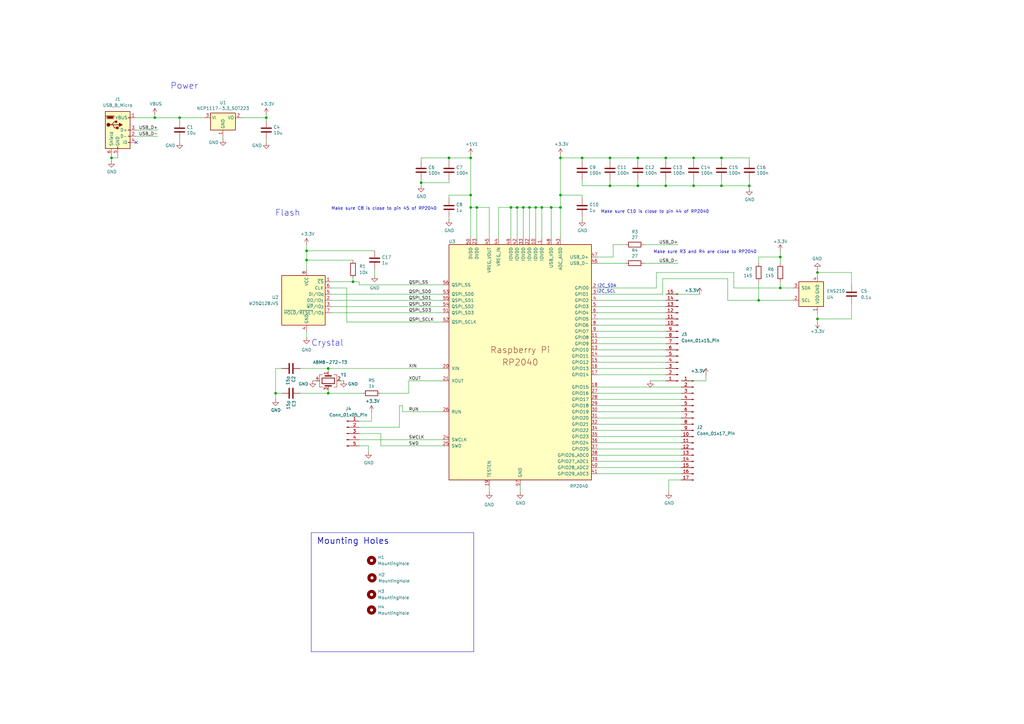
<source format=kicad_sch>
(kicad_sch (version 20250114) (generator "eeschema") (generator_version "9.0")
  (paper "A3")
  (lib_symbols
    (symbol "Connector:Conn_01x05_Pin" (pin_names (offset 1.016) (hide yes))
      (property "Reference" "J" (at 0 7.62 0))
      (property "Value" "Conn_01x05_Pin" (at 0 -7.62 0))
      (symbol "Conn_01x05_Pin_1_1"
        (rectangle (start 0.8636 5.207) (end 0 4.953) (stroke (width 0.1524)) (fill (type outline)))
        (rectangle (start 0.8636 2.667) (end 0 2.413) (stroke (width 0.1524)) (fill (type outline)))
        (rectangle (start 0.8636 0.127) (end 0 -0.127) (stroke (width 0.1524)) (fill (type outline)))
        (rectangle (start 0.8636 -2.413) (end 0 -2.667) (stroke (width 0.1524)) (fill (type outline)))
        (rectangle (start 0.8636 -4.953) (end 0 -5.207) (stroke (width 0.1524)) (fill (type outline)))
        (polyline (pts (xy 1.27 5.08) (xy 0.8636 5.08)) (stroke (width 0.1524)))
        (polyline (pts (xy 1.27 2.54) (xy 0.8636 2.54)) (stroke (width 0.1524)))
        (polyline (pts (xy 1.27 0) (xy 0.8636 0)) (stroke (width 0.1524)))
        (polyline (pts (xy 1.27 -2.54) (xy 0.8636 -2.54)) (stroke (width 0.1524)))
        (polyline (pts (xy 1.27 -5.08) (xy 0.8636 -5.08)) (stroke (width 0.1524)))
        (pin passive line (at 5.08 5.08 180) (length 3.81) (name "Pin_1") (number "1"))
        (pin passive line (at 5.08 2.54 180) (length 3.81) (name "Pin_2") (number "2"))
        (pin passive line (at 5.08 0 180) (length 3.81) (name "Pin_3") (number "3"))
        (pin passive line (at 5.08 -2.54 180) (length 3.81) (name "Pin_4") (number "4"))
        (pin passive line (at 5.08 -5.08 180) (length 3.81) (name "Pin_5") (number "5"))
      )
    )
    (symbol "Connector:Conn_01x15_Pin" (pin_names (offset 1.016) (hide yes))
      (property "Reference" "J" (at 0 20.32 0))
      (property "Value" "Conn_01x15_Pin" (at 0 -20.32 0))
      (symbol "Conn_01x15_Pin_1_1"
        (rectangle (start 0.8636 17.907) (end 0 17.653) (stroke (width 0.1524)) (fill (type outline)))
        (rectangle (start 0.8636 15.367) (end 0 15.113) (stroke (width 0.1524)) (fill (type outline)))
        (rectangle (start 0.8636 12.827) (end 0 12.573) (stroke (width 0.1524)) (fill (type outline)))
        (rectangle (start 0.8636 10.287) (end 0 10.033) (stroke (width 0.1524)) (fill (type outline)))
        (rectangle (start 0.8636 7.747) (end 0 7.493) (stroke (width 0.1524)) (fill (type outline)))
        (rectangle (start 0.8636 5.207) (end 0 4.953) (stroke (width 0.1524)) (fill (type outline)))
        (rectangle (start 0.8636 2.667) (end 0 2.413) (stroke (width 0.1524)) (fill (type outline)))
        (rectangle (start 0.8636 0.127) (end 0 -0.127) (stroke (width 0.1524)) (fill (type outline)))
        (rectangle (start 0.8636 -2.413) (end 0 -2.667) (stroke (width 0.1524)) (fill (type outline)))
        (rectangle (start 0.8636 -4.953) (end 0 -5.207) (stroke (width 0.1524)) (fill (type outline)))
        (rectangle (start 0.8636 -7.493) (end 0 -7.747) (stroke (width 0.1524)) (fill (type outline)))
        (rectangle (start 0.8636 -10.033) (end 0 -10.287) (stroke (width 0.1524)) (fill (type outline)))
        (rectangle (start 0.8636 -12.573) (end 0 -12.827) (stroke (width 0.1524)) (fill (type outline)))
        (rectangle (start 0.8636 -15.113) (end 0 -15.367) (stroke (width 0.1524)) (fill (type outline)))
        (rectangle (start 0.8636 -17.653) (end 0 -17.907) (stroke (width 0.1524)) (fill (type outline)))
        (polyline (pts (xy 1.27 17.78) (xy 0.8636 17.78)) (stroke (width 0.1524)))
        (polyline (pts (xy 1.27 15.24) (xy 0.8636 15.24)) (stroke (width 0.1524)))
        (polyline (pts (xy 1.27 12.7) (xy 0.8636 12.7)) (stroke (width 0.1524)))
        (polyline (pts (xy 1.27 10.16) (xy 0.8636 10.16)) (stroke (width 0.1524)))
        (polyline (pts (xy 1.27 7.62) (xy 0.8636 7.62)) (stroke (width 0.1524)))
        (polyline (pts (xy 1.27 5.08) (xy 0.8636 5.08)) (stroke (width 0.1524)))
        (polyline (pts (xy 1.27 2.54) (xy 0.8636 2.54)) (stroke (width 0.1524)))
        (polyline (pts (xy 1.27 0) (xy 0.8636 0)) (stroke (width 0.1524)))
        (polyline (pts (xy 1.27 -2.54) (xy 0.8636 -2.54)) (stroke (width 0.1524)))
        (polyline (pts (xy 1.27 -5.08) (xy 0.8636 -5.08)) (stroke (width 0.1524)))
        (polyline (pts (xy 1.27 -7.62) (xy 0.8636 -7.62)) (stroke (width 0.1524)))
        (polyline (pts (xy 1.27 -10.16) (xy 0.8636 -10.16)) (stroke (width 0.1524)))
        (polyline (pts (xy 1.27 -12.7) (xy 0.8636 -12.7)) (stroke (width 0.1524)))
        (polyline (pts (xy 1.27 -15.24) (xy 0.8636 -15.24)) (stroke (width 0.1524)))
        (polyline (pts (xy 1.27 -17.78) (xy 0.8636 -17.78)) (stroke (width 0.1524)))
        (pin passive line (at 5.08 17.78 180) (length 3.81) (name "Pin_1") (number "1"))
        (pin passive line (at 5.08 15.24 180) (length 3.81) (name "Pin_2") (number "2"))
        (pin passive line (at 5.08 12.7 180) (length 3.81) (name "Pin_3") (number "3"))
        (pin passive line (at 5.08 10.16 180) (length 3.81) (name "Pin_4") (number "4"))
        (pin passive line (at 5.08 7.62 180) (length 3.81) (name "Pin_5") (number "5"))
        (pin passive line (at 5.08 5.08 180) (length 3.81) (name "Pin_6") (number "6"))
        (pin passive line (at 5.08 2.54 180) (length 3.81) (name "Pin_7") (number "7"))
        (pin passive line (at 5.08 0 180) (length 3.81) (name "Pin_8") (number "8"))
        (pin passive line (at 5.08 -2.54 180) (length 3.81) (name "Pin_9") (number "9"))
        (pin passive line (at 5.08 -5.08 180) (length 3.81) (name "Pin_10") (number "10"))
        (pin passive line (at 5.08 -7.62 180) (length 3.81) (name "Pin_11") (number "11"))
        (pin passive line (at 5.08 -10.16 180) (length 3.81) (name "Pin_12") (number "12"))
        (pin passive line (at 5.08 -12.7 180) (length 3.81) (name "Pin_13") (number "13"))
        (pin passive line (at 5.08 -15.24 180) (length 3.81) (name "Pin_14") (number "14"))
        (pin passive line (at 5.08 -17.78 180) (length 3.81) (name "Pin_15") (number "15"))
      )
    )
    (symbol "Connector:Conn_01x17_Pin" (pin_names (offset 1.016) (hide yes))
      (property "Reference" "J" (at 0 22.86 0))
      (property "Value" "Conn_01x17_Pin" (at 0 -22.86 0))
      (symbol "Conn_01x17_Pin_1_1"
        (rectangle (start 0.8636 20.447) (end 0 20.193) (stroke (width 0.1524)) (fill (type outline)))
        (rectangle (start 0.8636 17.907) (end 0 17.653) (stroke (width 0.1524)) (fill (type outline)))
        (rectangle (start 0.8636 15.367) (end 0 15.113) (stroke (width 0.1524)) (fill (type outline)))
        (rectangle (start 0.8636 12.827) (end 0 12.573) (stroke (width 0.1524)) (fill (type outline)))
        (rectangle (start 0.8636 10.287) (end 0 10.033) (stroke (width 0.1524)) (fill (type outline)))
        (rectangle (start 0.8636 7.747) (end 0 7.493) (stroke (width 0.1524)) (fill (type outline)))
        (rectangle (start 0.8636 5.207) (end 0 4.953) (stroke (width 0.1524)) (fill (type outline)))
        (rectangle (start 0.8636 2.667) (end 0 2.413) (stroke (width 0.1524)) (fill (type outline)))
        (rectangle (start 0.8636 0.127) (end 0 -0.127) (stroke (width 0.1524)) (fill (type outline)))
        (rectangle (start 0.8636 -2.413) (end 0 -2.667) (stroke (width 0.1524)) (fill (type outline)))
        (rectangle (start 0.8636 -4.953) (end 0 -5.207) (stroke (width 0.1524)) (fill (type outline)))
        (rectangle (start 0.8636 -7.493) (end 0 -7.747) (stroke (width 0.1524)) (fill (type outline)))
        (rectangle (start 0.8636 -10.033) (end 0 -10.287) (stroke (width 0.1524)) (fill (type outline)))
        (rectangle (start 0.8636 -12.573) (end 0 -12.827) (stroke (width 0.1524)) (fill (type outline)))
        (rectangle (start 0.8636 -15.113) (end 0 -15.367) (stroke (width 0.1524)) (fill (type outline)))
        (rectangle (start 0.8636 -17.653) (end 0 -17.907) (stroke (width 0.1524)) (fill (type outline)))
        (rectangle (start 0.8636 -20.193) (end 0 -20.447) (stroke (width 0.1524)) (fill (type outline)))
        (polyline (pts (xy 1.27 20.32) (xy 0.8636 20.32)) (stroke (width 0.1524)))
        (polyline (pts (xy 1.27 17.78) (xy 0.8636 17.78)) (stroke (width 0.1524)))
        (polyline (pts (xy 1.27 15.24) (xy 0.8636 15.24)) (stroke (width 0.1524)))
        (polyline (pts (xy 1.27 12.7) (xy 0.8636 12.7)) (stroke (width 0.1524)))
        (polyline (pts (xy 1.27 10.16) (xy 0.8636 10.16)) (stroke (width 0.1524)))
        (polyline (pts (xy 1.27 7.62) (xy 0.8636 7.62)) (stroke (width 0.1524)))
        (polyline (pts (xy 1.27 5.08) (xy 0.8636 5.08)) (stroke (width 0.1524)))
        (polyline (pts (xy 1.27 2.54) (xy 0.8636 2.54)) (stroke (width 0.1524)))
        (polyline (pts (xy 1.27 0) (xy 0.8636 0)) (stroke (width 0.1524)))
        (polyline (pts (xy 1.27 -2.54) (xy 0.8636 -2.54)) (stroke (width 0.1524)))
        (polyline (pts (xy 1.27 -5.08) (xy 0.8636 -5.08)) (stroke (width 0.1524)))
        (polyline (pts (xy 1.27 -7.62) (xy 0.8636 -7.62)) (stroke (width 0.1524)))
        (polyline (pts (xy 1.27 -10.16) (xy 0.8636 -10.16)) (stroke (width 0.1524)))
        (polyline (pts (xy 1.27 -12.7) (xy 0.8636 -12.7)) (stroke (width 0.1524)))
        (polyline (pts (xy 1.27 -15.24) (xy 0.8636 -15.24)) (stroke (width 0.1524)))
        (polyline (pts (xy 1.27 -17.78) (xy 0.8636 -17.78)) (stroke (width 0.1524)))
        (polyline (pts (xy 1.27 -20.32) (xy 0.8636 -20.32)) (stroke (width 0.1524)))
        (pin passive line (at 5.08 20.32 180) (length 3.81) (name "Pin_1") (number "1"))
        (pin passive line (at 5.08 17.78 180) (length 3.81) (name "Pin_2") (number "2"))
        (pin passive line (at 5.08 15.24 180) (length 3.81) (name "Pin_3") (number "3"))
        (pin passive line (at 5.08 12.7 180) (length 3.81) (name "Pin_4") (number "4"))
        (pin passive line (at 5.08 10.16 180) (length 3.81) (name "Pin_5") (number "5"))
        (pin passive line (at 5.08 7.62 180) (length 3.81) (name "Pin_6") (number "6"))
        (pin passive line (at 5.08 5.08 180) (length 3.81) (name "Pin_7") (number "7"))
        (pin passive line (at 5.08 2.54 180) (length 3.81) (name "Pin_8") (number "8"))
        (pin passive line (at 5.08 0 180) (length 3.81) (name "Pin_9") (number "9"))
        (pin passive line (at 5.08 -2.54 180) (length 3.81) (name "Pin_10") (number "10"))
        (pin passive line (at 5.08 -5.08 180) (length 3.81) (name "Pin_11") (number "11"))
        (pin passive line (at 5.08 -7.62 180) (length 3.81) (name "Pin_12") (number "12"))
        (pin passive line (at 5.08 -10.16 180) (length 3.81) (name "Pin_13") (number "13"))
        (pin passive line (at 5.08 -12.7 180) (length 3.81) (name "Pin_14") (number "14"))
        (pin passive line (at 5.08 -15.24 180) (length 3.81) (name "Pin_15") (number "15"))
        (pin passive line (at 5.08 -17.78 180) (length 3.81) (name "Pin_16") (number "16"))
        (pin passive line (at 5.08 -20.32 180) (length 3.81) (name "Pin_17") (number "17"))
      )
    )
    (symbol "Connector:USB_B_Micro" (pin_names (offset 1.016))
      (property "Reference" "J" (at -5.08 11.43 0))
      (property "Value" "USB_B_Micro" (at -5.08 8.89 0))
      (symbol "USB_B_Micro_0_1"
        (rectangle (start -5.08 -7.62) (end 5.08 7.62) (stroke (width 0.254)) (fill (type background)))
        (polyline (pts (xy -4.699 5.842) (xy -4.699 5.588) (xy -4.445 4.826) (xy -4.445 4.572) (xy -1.651 4.572) (xy -1.651 4.826) (xy -1.397 5.588) (xy -1.397 5.842) (xy -4.699 5.842)))
        (polyline (pts (xy -4.318 5.588) (xy -1.778 5.588) (xy -2.032 4.826) (xy -4.064 4.826) (xy -4.318 5.588)) (fill (type outline)))
        (circle (center -3.81 2.159) (radius 0.635) (stroke (width 0.254)) (fill (type outline)))
        (polyline (pts (xy -3.175 2.159) (xy -2.54 2.159) (xy -1.27 3.429) (xy -0.635 3.429)) (stroke (width 0.254)))
        (polyline (pts (xy -2.54 2.159) (xy -1.905 2.159) (xy -1.27 0.889) (xy 0 0.889)) (stroke (width 0.254)))
        (polyline (pts (xy -1.905 2.159) (xy 0.635 2.159)) (stroke (width 0.254)))
        (circle (center -0.635 3.429) (radius 0.381) (stroke (width 0.254)) (fill (type outline)))
        (rectangle (start -0.127 -7.62) (end 0.127 -6.858))
        (rectangle (start 0.254 1.27) (end -0.508 0.508) (stroke (width 0.254)) (fill (type outline)))
        (polyline (pts (xy 0.635 2.794) (xy 0.635 1.524) (xy 1.905 2.159) (xy 0.635 2.794)) (stroke (width 0.254)) (fill (type outline)))
        (rectangle (start 5.08 4.953) (end 4.318 5.207))
        (rectangle (start 5.08 -0.127) (end 4.318 0.127))
        (rectangle (start 5.08 -2.667) (end 4.318 -2.413))
        (rectangle (start 5.08 -5.207) (end 4.318 -4.953))
      )
      (symbol "USB_B_Micro_1_1"
        (pin passive line (at -2.54 -10.16 90) (length 2.54) (name "Shield") (number "6"))
        (pin power_out line (at 0 -10.16 90) (length 2.54) (name "GND") (number "5"))
        (pin power_out line (at 7.62 5.08 180) (length 2.54) (name "VBUS") (number "1"))
        (pin bidirectional line (at 7.62 0 180) (length 2.54) (name "D+") (number "3"))
        (pin bidirectional line (at 7.62 -2.54 180) (length 2.54) (name "D-") (number "2"))
        (pin passive line (at 7.62 -5.08 180) (length 2.54) (name "ID") (number "4"))
      )
    )
    (symbol "Device:C" (pin_numbers (hide yes)) (pin_names (offset 0.254))
      (property "Reference" "C" (at 0.635 2.54 0))
      (property "Value" "C" (at 0.635 -2.54 0))
      (symbol "C_0_1"
        (polyline (pts (xy -2.032 0.762) (xy 2.032 0.762)) (stroke (width 0.508)))
        (polyline (pts (xy -2.032 -0.762) (xy 2.032 -0.762)) (stroke (width 0.508)))
      )
      (symbol "C_1_1"
        (pin passive line (at 0 3.81 270) (length 2.794) (name "~") (number "1"))
        (pin passive line (at 0 -3.81 90) (length 2.794) (name "~") (number "2"))
      )
    )
    (symbol "Device:Crystal_GND24" (pin_names (offset 1.016) (hide yes))
      (property "Reference" "Y" (at 3.175 5.08 0))
      (property "Value" "Crystal_GND24" (at 3.175 3.175 0))
      (symbol "Crystal_GND24_0_1"
        (polyline (pts (xy -2.54 2.286) (xy -2.54 3.556) (xy 2.54 3.556) (xy 2.54 2.286)))
        (polyline (pts (xy -2.54 0) (xy -2.032 0)))
        (polyline (pts (xy -2.54 -2.286) (xy -2.54 -3.556) (xy 2.54 -3.556) (xy 2.54 -2.286)))
        (polyline (pts (xy -2.032 -1.27) (xy -2.032 1.27)) (stroke (width 0.508)))
        (rectangle (start -1.143 2.54) (end 1.143 -2.54) (stroke (width 0.3048)))
        (polyline (pts (xy 0 3.556) (xy 0 3.81)))
        (polyline (pts (xy 0 -3.81) (xy 0 -3.556)))
        (polyline (pts (xy 2.032 0) (xy 2.54 0)))
        (polyline (pts (xy 2.032 -1.27) (xy 2.032 1.27)) (stroke (width 0.508)))
      )
      (symbol "Crystal_GND24_1_1"
        (pin passive line (at -3.81 0 0) (length 1.27) (name "1") (number "1"))
        (pin passive line (at 0 5.08 270) (length 1.27) (name "2") (number "2"))
        (pin passive line (at 0 -5.08 90) (length 1.27) (name "4") (number "4"))
        (pin passive line (at 3.81 0 180) (length 1.27) (name "3") (number "3"))
      )
    )
    (symbol "Device:R" (pin_numbers (hide yes)) (pin_names (offset 0))
      (property "Reference" "R" (at 2.032 0 90))
      (property "Value" "R" (at 0 0 90))
      (symbol "R_0_1"
        (rectangle (start -1.016 -2.54) (end 1.016 2.54) (stroke (width 0.254)))
      )
      (symbol "R_1_1"
        (pin passive line (at 0 3.81 270) (length 1.27) (name "~") (number "1"))
        (pin passive line (at 0 -3.81 90) (length 1.27) (name "~") (number "2"))
      )
    )
    (symbol "MCU_RaspberryPi_RP2040:RP2040" (pin_names (offset 1.016))
      (property "Reference" "U3" (at -27.94 49.53 0))
      (property "Value" "RP2040" (at 24.13 -50.8 0))
      (symbol "RP2040_0_0"
        (text "Raspberry Pi" (at 0 5.08 0) (effects (font (size 2.54 2.54))))
        (text "RP2040" (at 0 0 0) (effects (font (size 2.54 2.54))))
      )
      (symbol "RP2040_0_1"
        (rectangle (start -29.21 48.26) (end 29.21 -48.26) (stroke (width 0.254)) (fill (type background)))
      )
      (symbol "RP2040_1_1"
        (pin bidirectional line (at -31.75 31.75 0) (length 2.54) (name "QSPI_SS") (number "56"))
        (pin bidirectional line (at -31.75 27.94 0) (length 2.54) (name "QSPI_SD0") (number "53"))
        (pin bidirectional line (at -31.75 25.4 0) (length 2.54) (name "QSPI_SD1") (number "55"))
        (pin bidirectional line (at -31.75 22.86 0) (length 2.54) (name "QSPI_SD2") (number "54"))
        (pin bidirectional line (at -31.75 20.32 0) (length 2.54) (name "QSPI_SD3") (number "51"))
        (pin output line (at -31.75 16.51 0) (length 2.54) (name "QSPI_SCLK") (number "52"))
        (pin input line (at -31.75 -2.54 0) (length 2.54) (name "XIN") (number "20"))
        (pin passive line (at -31.75 -7.62 0) (length 2.54) (name "XOUT") (number "21"))
        (pin input line (at -31.75 -20.32 0) (length 2.54) (name "RUN") (number "26"))
        (pin output line (at -31.75 -31.75 0) (length 2.54) (name "SWCLK") (number "24"))
        (pin bidirectional line (at -31.75 -34.29 0) (length 2.54) (name "SWD") (number "25"))
        (pin power_in line (at -20.32 50.8 270) (length 2.54) (name "DVDD") (number "50"))
        (pin power_in line (at -17.78 50.8 270) (length 2.54) (name "DVDD") (number "23"))
        (pin power_out line (at -12.7 50.8 270) (length 2.54) (name "VREG_VOUT") (number "45"))
        (pin passive line (at -12.7 -50.8 90) (length 2.54) (name "TESTEN") (number "19"))
        (pin power_in line (at -8.89 50.8 270) (length 2.54) (name "VREG_IN") (number "44"))
        (pin power_in line (at -3.81 50.8 270) (length 2.54) (name "IOVDD") (number "49"))
        (pin power_in line (at -1.27 50.8 270) (length 2.54) (name "IOVDD") (number "42"))
        (pin power_in line (at 0 -50.8 90) (length 2.54) (name "GND") (number "57"))
        (pin power_in line (at 1.27 50.8 270) (length 2.54) (name "IOVDD") (number "33"))
        (pin power_in line (at 3.81 50.8 270) (length 2.54) (name "IOVDD") (number "22"))
        (pin power_in line (at 6.35 50.8 270) (length 2.54) (name "IOVDD") (number "10"))
        (pin power_in line (at 8.89 50.8 270) (length 2.54) (name "IOVDD") (number "1"))
        (pin power_in line (at 12.7 50.8 270) (length 2.54) (name "USB_VDD") (number "48"))
        (pin power_in line (at 16.51 50.8 270) (length 2.54) (name "ADC_AVDD") (number "43"))
        (pin bidirectional line (at 31.75 43.18 180) (length 2.54) (name "USB_D+") (number "47"))
        (pin bidirectional line (at 31.75 40.64 180) (length 2.54) (name "USB_D-") (number "46"))
        (pin bidirectional line (at 31.75 30.48 180) (length 2.54) (name "GPIO0") (number "2"))
        (pin bidirectional line (at 31.75 27.94 180) (length 2.54) (name "GPIO1") (number "3"))
        (pin bidirectional line (at 31.75 25.4 180) (length 2.54) (name "GPIO2") (number "4"))
        (pin bidirectional line (at 31.75 22.86 180) (length 2.54) (name "GPIO3") (number "5"))
        (pin bidirectional line (at 31.75 20.32 180) (length 2.54) (name "GPIO4") (number "6"))
        (pin bidirectional line (at 31.75 17.78 180) (length 2.54) (name "GPIO5") (number "7"))
        (pin bidirectional line (at 31.75 15.24 180) (length 2.54) (name "GPIO6") (number "8"))
        (pin bidirectional line (at 31.75 12.7 180) (length 2.54) (name "GPIO7") (number "9"))
        (pin bidirectional line (at 31.75 10.16 180) (length 2.54) (name "GPIO8") (number "11"))
        (pin bidirectional line (at 31.75 7.62 180) (length 2.54) (name "GPIO9") (number "12"))
        (pin bidirectional line (at 31.75 5.08 180) (length 2.54) (name "GPIO10") (number "13"))
        (pin bidirectional line (at 31.75 2.54 180) (length 2.54) (name "GPIO11") (number "14"))
        (pin bidirectional line (at 31.75 0 180) (length 2.54) (name "GPIO12") (number "15"))
        (pin bidirectional line (at 31.75 -2.54 180) (length 2.54) (name "GPIO13") (number "16"))
        (pin bidirectional line (at 31.75 -5.08 180) (length 2.54) (name "GPIO14") (number "17"))
        (pin bidirectional line (at 31.75 -10.16 180) (length 2.54) (name "GPIO15") (number "18"))
        (pin bidirectional line (at 31.75 -12.7 180) (length 2.54) (name "GPIO16") (number "27"))
        (pin bidirectional line (at 31.75 -15.24 180) (length 2.54) (name "GPIO17") (number "28"))
        (pin bidirectional line (at 31.75 -17.78 180) (length 2.54) (name "GPIO18") (number "29"))
        (pin bidirectional line (at 31.75 -20.32 180) (length 2.54) (name "GPIO19") (number "30"))
        (pin bidirectional line (at 31.75 -22.86 180) (length 2.54) (name "GPIO20") (number "31"))
        (pin bidirectional line (at 31.75 -25.4 180) (length 2.54) (name "GPIO21") (number "32"))
        (pin bidirectional line (at 31.75 -27.94 180) (length 2.54) (name "GPIO22") (number "34"))
        (pin bidirectional line (at 31.75 -30.48 180) (length 2.54) (name "GPIO23") (number "35"))
        (pin bidirectional line (at 31.75 -33.02 180) (length 2.54) (name "GPIO24") (number "36"))
        (pin bidirectional line (at 31.75 -35.56 180) (length 2.54) (name "GPIO25") (number "37"))
        (pin bidirectional line (at 31.75 -38.1 180) (length 2.54) (name "GPIO26_ADC0") (number "38"))
        (pin bidirectional line (at 31.75 -40.64 180) (length 2.54) (name "GPIO27_ADC1") (number "39"))
        (pin bidirectional line (at 31.75 -43.18 180) (length 2.54) (name "GPIO28_ADC2") (number "40"))
        (pin bidirectional line (at 31.75 -45.72 180) (length 2.54) (name "GPIO29_ADC3") (number "41"))
      )
    )
    (symbol "Mechanical:MountingHole" (pin_names (offset 1.016)) (exclude_from_sim yes) (in_bom no)
      (property "Reference" "H" (at 0 5.08 0))
      (property "Value" "MountingHole" (at 0 3.175 0))
      (symbol "MountingHole_0_1"
        (circle (center 0 0) (radius 1.27) (stroke (width 1.27)))
      )
    )
    (symbol "Memory_Flash:W25Q128JVS"
      (property "Reference" "U" (at -6.35 11.43 0))
      (property "Value" "W25Q128JVS" (at 7.62 11.43 0))
      (symbol "W25Q128JVS_0_1"
        (rectangle (start -7.62 10.16) (end 10.16 -10.16) (stroke (width 0.254)) (fill (type background)))
      )
      (symbol "W25Q128JVS_1_1"
        (pin input line (at -10.16 7.62 0) (length 2.54) (name "~{CS}") (number "1"))
        (pin input line (at -10.16 5.08 0) (length 2.54) (name "CLK") (number "6"))
        (pin bidirectional line (at -10.16 2.54 0) (length 2.54) (name "DI/IO_{0}") (number "5"))
        (pin bidirectional line (at -10.16 0 0) (length 2.54) (name "DO/IO_{1}") (number "2"))
        (pin bidirectional line (at -10.16 -2.54 0) (length 2.54) (name "~{WP}/IO_{2}") (number "3"))
        (pin bidirectional line (at -10.16 -5.08 0) (length 2.54) (name "~{HOLD}/~{RESET}/IO_{3}") (number "7"))
        (pin power_in line (at 0 12.7 270) (length 2.54) (name "VCC") (number "8"))
        (pin power_in line (at 0 -12.7 90) (length 2.54) (name "GND") (number "4"))
      )
    )
    (symbol "Regulator_Linear:NCP1117-3.3_SOT223"
      (property "Reference" "U" (at -3.81 3.175 0))
      (property "Value" "NCP1117-3.3_SOT223" (at 0 3.175 0))
      (symbol "NCP1117-3.3_SOT223_0_1"
        (rectangle (start -5.08 -5.08) (end 5.08 1.905) (stroke (width 0.254)) (fill (type background)))
      )
      (symbol "NCP1117-3.3_SOT223_1_1"
        (pin power_in line (at -7.62 0 0) (length 2.54) (name "VI") (number "3"))
        (pin power_in line (at 0 -7.62 90) (length 2.54) (name "GND") (number "1"))
        (pin power_out line (at 7.62 0 180) (length 2.54) (name "VO") (number "2"))
      )
    )
    (symbol "Sensor_Humidity:ENS210" (pin_names (offset 1.016))
      (property "Reference" "U" (at -7.62 10.16 0))
      (property "Value" "ENS210" (at -7.62 7.62 0))
      (symbol "ENS210_0_1"
        (rectangle (start -5.08 5.08) (end 5.08 -5.08) (stroke (width 0.254)) (fill (type background)))
      )
      (symbol "ENS210_1_1"
        (pin input line (at -7.62 2.54 0) (length 2.54) (name "SCL") (number "2"))
        (pin bidirectional line (at -7.62 -2.54 0) (length 2.54) (name "SDA") (number "3"))
        (pin power_in line (at 2.54 7.62 270) (length 2.54) (name "VDD") (number "1"))
        (pin power_in line (at 2.54 -7.62 90) (length 2.54) (name "GND") (number "4"))
        (pin passive line (at 2.54 -7.62 90) (length 2.54) (hide yes) (name "GND") (number "5"))
      )
    )
    (symbol "power:+1V1" (power) (pin_numbers (hide yes)) (pin_names (offset 0) (hide yes))
      (property "Value" "+1V1" (at 0 3.556 0))
      (symbol "+1V1_0_1"
        (polyline (pts (xy -0.762 1.27) (xy 0 2.54)))
        (polyline (pts (xy 0 2.54) (xy 0.762 1.27)))
        (polyline (pts (xy 0 0) (xy 0 2.54)))
      )
      (symbol "+1V1_1_1"
        (pin power_in line (at 0 0 90) (length 0) (name "~") (number "1"))
      )
    )
    (symbol "power:+3.3V" (power) (pin_numbers (hide yes)) (pin_names (offset 0) (hide yes))
      (property "Value" "+3.3V" (at 0 3.556 0))
      (symbol "+3.3V_0_1"
        (polyline (pts (xy -0.762 1.27) (xy 0 2.54)))
        (polyline (pts (xy 0 2.54) (xy 0.762 1.27)))
        (polyline (pts (xy 0 0) (xy 0 2.54)))
      )
      (symbol "+3.3V_1_1"
        (pin power_in line (at 0 0 90) (length 0) (name "~") (number "1"))
      )
    )
    (symbol "power:+3V3" (power) (pin_numbers (hide yes)) (pin_names (offset 0) (hide yes))
      (property "Value" "+3V3" (at 0 3.556 0))
      (symbol "+3V3_0_1"
        (polyline (pts (xy -0.762 1.27) (xy 0 2.54)))
        (polyline (pts (xy 0 2.54) (xy 0.762 1.27)))
        (polyline (pts (xy 0 0) (xy 0 2.54)))
      )
      (symbol "+3V3_1_1"
        (pin power_in line (at 0 0 90) (length 0) (name "~") (number "1"))
      )
    )
    (symbol "power:GND" (power) (pin_numbers (hide yes)) (pin_names (offset 0) (hide yes))
      (property "Value" "GND" (at 0 -3.81 0))
      (symbol "GND_0_1"
        (polyline (pts (xy 0 0) (xy 0 -1.27) (xy 1.27 -1.27) (xy 0 -2.54) (xy -1.27 -1.27) (xy 0 -1.27)))
      )
      (symbol "GND_1_1"
        (pin power_in line (at 0 0 270) (length 0) (name "~") (number "1"))
      )
    )
    (symbol "power:VBUS" (power) (pin_numbers (hide yes)) (pin_names (offset 0) (hide yes))
      (property "Value" "VBUS" (at 0 3.556 0))
      (symbol "VBUS_0_1"
        (polyline (pts (xy -0.762 1.27) (xy 0 2.54)))
        (polyline (pts (xy 0 2.54) (xy 0.762 1.27)))
        (polyline (pts (xy 0 0) (xy 0 2.54)))
      )
      (symbol "VBUS_1_1"
        (pin power_in line (at 0 0 90) (length 0) (name "~") (number "1"))
      )
    )
  )
  (rectangle (start 127.635 218.44) (end 194.31 267.335))
  (text "Make sure R3 and R4 are close to RP2040" (at 267.97 104.14 0) (effects (font (size 1.27 1.27)) (justify left bottom)))
  (text "Crystal" (at 127.635 142.24 0) (effects (font (size 2.54 2.54)) (justify left bottom)))
  (text "I2C_SDA\n" (at 248.92 117.348 0) (effects (font (size 1.27 1.27))))
  (text "Flash" (at 123.19 88.9 0) (effects (font (size 2.54 2.54)) (justify right bottom)))
  (text "Power" (at 69.85 36.83 0) (effects (font (size 2.54 2.54)) (justify left bottom)))
  (text "Make sure C10 is close to pin 44 of RP2040" (at 246.38 87.63 0) (effects (font (size 1.27 1.27)) (justify left bottom)))
  (text "I2C_SCL" (at 248.666 119.634 0) (effects (font (size 1.27 1.27))))
  (text "Mounting Holes" (at 144.78 221.996 0) (effects (font (size 2.54 2.54) (thickness 0.254) (bold yes))))
  (text "Make sure C8 is close to pin 45 of RP2040" (at 135.89 86.36 0) (effects (font (size 1.27 1.27)) (justify left bottom)))
  (junction (at 63.5 48.26))
  (junction (at 125.73 106.68))
  (junction (at 193.04 85.09))
  (junction (at 109.22 48.26))
  (junction (at 219.71 85.09))
  (junction (at 73.66 48.26))
  (junction (at 261.62 64.77))
  (junction (at 335.28 111.76))
  (junction (at 195.58 85.09))
  (junction (at 229.87 80.01))
  (junction (at 273.05 64.77))
  (junction (at 222.25 85.09))
  (junction (at 261.62 76.2))
  (junction (at 226.06 85.09))
  (junction (at 172.72 74.93))
  (junction (at 193.04 64.77))
  (junction (at 134.62 161.29))
  (junction (at 320.04 105.41))
  (junction (at 229.87 85.09))
  (junction (at 144.78 115.57))
  (junction (at 125.73 102.87))
  (junction (at 134.62 151.13))
  (junction (at 209.55 85.09))
  (junction (at 238.76 64.77))
  (junction (at 45.72 64.77))
  (junction (at 295.91 76.2))
  (junction (at 193.04 80.01))
  (junction (at 250.19 64.77))
  (junction (at 284.48 64.77))
  (junction (at 212.09 85.09))
  (junction (at 184.15 64.77))
  (junction (at 320.04 118.11))
  (junction (at 113.03 161.29))
  (junction (at 295.91 64.77))
  (junction (at 307.34 76.2))
  (junction (at 217.17 85.09))
  (junction (at 214.63 85.09))
  (junction (at 284.48 76.2))
  (junction (at 311.15 123.19))
  (junction (at 335.28 130.81))
  (junction (at 250.19 76.2))
  (junction (at 229.87 64.77))
  (junction (at 273.05 76.2))
  (no_connect (at 55.88 58.42))
  (wire (pts (xy 295.91 73.66) (xy 295.91 76.2)))
  (wire (pts (xy 142.24 132.08) (xy 142.24 118.11)))
  (wire (pts (xy 284.48 73.66) (xy 284.48 76.2)))
  (wire (pts (xy 274.32 196.85) (xy 274.32 201.93)))
  (wire (pts (xy 274.32 196.85) (xy 279.4 196.85)))
  (wire (pts (xy 245.11 179.07) (xy 279.4 179.07)))
  (wire (pts (xy 273.05 120.65) (xy 287.02 120.65)))
  (wire (pts (xy 91.44 55.88) (xy 91.44 57.15)))
  (wire (pts (xy 144.78 114.3) (xy 144.78 115.57)))
  (wire (pts (xy 55.88 55.88) (xy 64.77 55.88)))
  (wire (pts (xy 115.57 161.29) (xy 113.03 161.29)))
  (wire (pts (xy 200.66 199.39) (xy 200.66 201.93)))
  (wire (pts (xy 238.76 64.77) (xy 250.19 64.77)))
  (wire (pts (xy 229.87 63.5) (xy 229.87 64.77)))
  (wire (pts (xy 135.89 128.27) (xy 181.61 128.27)))
  (wire (pts (xy 261.62 76.2) (xy 250.19 76.2)))
  (wire (pts (xy 147.32 115.57) (xy 144.78 115.57)))
  (wire (pts (xy 335.28 111.76) (xy 335.28 110.49)))
  (wire (pts (xy 125.73 102.87) (xy 153.67 102.87)))
  (wire (pts (xy 204.47 85.09) (xy 209.55 85.09)))
  (wire (pts (xy 45.72 64.77) (xy 45.72 66.04)))
  (wire (pts (xy 134.62 151.13) (xy 181.61 151.13)))
  (wire (pts (xy 289.56 156.21) (xy 289.56 153.67)))
  (wire (pts (xy 238.76 81.28) (xy 238.76 80.01)))
  (wire (pts (xy 349.25 130.81) (xy 335.28 130.81)))
  (wire (pts (xy 142.24 118.11) (xy 135.89 118.11)))
  (wire (pts (xy 245.11 181.61) (xy 279.4 181.61)))
  (wire (pts (xy 184.15 74.93) (xy 184.15 73.66)))
  (wire (pts (xy 184.15 66.04) (xy 184.15 64.77)))
  (wire (pts (xy 295.91 66.04) (xy 295.91 64.77)))
  (wire (pts (xy 238.76 88.9) (xy 238.76 90.17)))
  (wire (pts (xy 217.17 85.09) (xy 219.71 85.09)))
  (wire (pts (xy 165.1 166.37) (xy 165.1 168.91)))
  (wire (pts (xy 226.06 85.09) (xy 222.25 85.09)))
  (wire (pts (xy 99.06 48.26) (xy 109.22 48.26)))
  (wire (pts (xy 261.62 73.66) (xy 261.62 76.2)))
  (wire (pts (xy 219.71 97.79) (xy 219.71 85.09)))
  (wire (pts (xy 134.62 161.29) (xy 148.59 161.29)))
  (wire (pts (xy 266.7 156.21) (xy 273.05 156.21)))
  (wire (pts (xy 245.11 161.29) (xy 279.4 161.29)))
  (wire (pts (xy 307.34 76.2) (xy 307.34 77.47)))
  (wire (pts (xy 193.04 64.77) (xy 193.04 80.01)))
  (wire (pts (xy 113.03 151.13) (xy 113.03 161.29)))
  (wire (pts (xy 109.22 49.53) (xy 109.22 48.26)))
  (wire (pts (xy 55.88 53.34) (xy 64.77 53.34)))
  (wire (pts (xy 245.11 194.31) (xy 279.4 194.31)))
  (wire (pts (xy 245.11 128.27) (xy 273.05 128.27)))
  (wire (pts (xy 134.62 152.4) (xy 134.62 151.13)))
  (wire (pts (xy 135.89 120.65) (xy 181.61 120.65)))
  (wire (pts (xy 147.32 172.72) (xy 152.4 172.72)))
  (wire (pts (xy 273.05 76.2) (xy 261.62 76.2)))
  (wire (pts (xy 320.04 118.11) (xy 325.12 118.11)))
  (wire (pts (xy 335.28 113.03) (xy 335.28 111.76)))
  (wire (pts (xy 298.45 123.19) (xy 311.15 123.19)))
  (wire (pts (xy 184.15 64.77) (xy 193.04 64.77)))
  (wire (pts (xy 264.16 100.33) (xy 278.13 100.33)))
  (wire (pts (xy 165.1 168.91) (xy 181.61 168.91)))
  (wire (pts (xy 250.19 66.04) (xy 250.19 64.77)))
  (wire (pts (xy 128.27 156.21) (xy 129.54 156.21)))
  (wire (pts (xy 245.11 120.65) (xy 271.78 120.65)))
  (wire (pts (xy 269.24 118.11) (xy 269.24 111.76)))
  (wire (pts (xy 229.87 85.09) (xy 226.06 85.09)))
  (wire (pts (xy 172.72 74.93) (xy 184.15 74.93)))
  (wire (pts (xy 295.91 76.2) (xy 307.34 76.2)))
  (wire (pts (xy 151.13 182.88) (xy 151.13 185.42)))
  (wire (pts (xy 271.78 120.65) (xy 271.78 114.3)))
  (wire (pts (xy 193.04 85.09) (xy 193.04 97.79)))
  (wire (pts (xy 184.15 81.28) (xy 184.15 80.01)))
  (wire (pts (xy 153.67 110.49) (xy 153.67 113.03)))
  (wire (pts (xy 163.83 166.37) (xy 165.1 166.37)))
  (wire (pts (xy 251.46 100.33) (xy 251.46 105.41)))
  (wire (pts (xy 229.87 64.77) (xy 229.87 80.01)))
  (wire (pts (xy 245.11 158.75) (xy 279.4 158.75)))
  (wire (pts (xy 45.72 63.5) (xy 45.72 64.77)))
  (wire (pts (xy 245.11 171.45) (xy 279.4 171.45)))
  (wire (pts (xy 193.04 80.01) (xy 193.04 85.09)))
  (wire (pts (xy 245.11 151.13) (xy 273.05 151.13)))
  (wire (pts (xy 144.78 115.57) (xy 135.89 115.57)))
  (wire (pts (xy 109.22 48.26) (xy 109.22 46.99)))
  (wire (pts (xy 163.83 175.26) (xy 163.83 166.37)))
  (wire (pts (xy 55.88 48.26) (xy 63.5 48.26)))
  (wire (pts (xy 123.19 151.13) (xy 134.62 151.13)))
  (wire (pts (xy 320.04 102.87) (xy 320.04 105.41)))
  (wire (pts (xy 134.62 160.02) (xy 134.62 161.29)))
  (wire (pts (xy 307.34 66.04) (xy 307.34 64.77)))
  (wire (pts (xy 245.11 140.97) (xy 273.05 140.97)))
  (wire (pts (xy 273.05 64.77) (xy 284.48 64.77)))
  (wire (pts (xy 195.58 85.09) (xy 195.58 97.79)))
  (wire (pts (xy 147.32 175.26) (xy 163.83 175.26)))
  (wire (pts (xy 261.62 64.77) (xy 273.05 64.77)))
  (wire (pts (xy 245.11 168.91) (xy 279.4 168.91)))
  (wire (pts (xy 229.87 80.01) (xy 229.87 85.09)))
  (wire (pts (xy 147.32 116.84) (xy 147.32 115.57)))
  (wire (pts (xy 125.73 106.68) (xy 125.73 110.49)))
  (wire (pts (xy 156.21 182.88) (xy 181.61 182.88)))
  (wire (pts (xy 229.87 80.01) (xy 238.76 80.01)))
  (wire (pts (xy 238.76 66.04) (xy 238.76 64.77)))
  (wire (pts (xy 245.11 105.41) (xy 251.46 105.41)))
  (wire (pts (xy 245.11 123.19) (xy 273.05 123.19)))
  (wire (pts (xy 271.78 114.3) (xy 298.45 114.3)))
  (wire (pts (xy 251.46 100.33) (xy 256.54 100.33)))
  (wire (pts (xy 83.82 48.26) (xy 73.66 48.26)))
  (wire (pts (xy 152.4 172.72) (xy 152.4 168.91)))
  (wire (pts (xy 48.26 64.77) (xy 45.72 64.77)))
  (wire (pts (xy 217.17 97.79) (xy 217.17 85.09)))
  (wire (pts (xy 349.25 111.76) (xy 335.28 111.76)))
  (wire (pts (xy 142.24 132.08) (xy 181.61 132.08)))
  (wire (pts (xy 349.25 124.46) (xy 349.25 130.81)))
  (wire (pts (xy 147.32 182.88) (xy 151.13 182.88)))
  (wire (pts (xy 229.87 64.77) (xy 238.76 64.77)))
  (wire (pts (xy 125.73 102.87) (xy 125.73 106.68)))
  (wire (pts (xy 73.66 49.53) (xy 73.66 48.26)))
  (wire (pts (xy 226.06 97.79) (xy 226.06 85.09)))
  (wire (pts (xy 335.28 130.81) (xy 335.28 132.08)))
  (wire (pts (xy 245.11 146.05) (xy 273.05 146.05)))
  (wire (pts (xy 193.04 85.09) (xy 195.58 85.09)))
  (wire (pts (xy 209.55 85.09) (xy 212.09 85.09)))
  (wire (pts (xy 238.76 73.66) (xy 238.76 76.2)))
  (wire (pts (xy 184.15 80.01) (xy 193.04 80.01)))
  (wire (pts (xy 245.11 166.37) (xy 279.4 166.37)))
  (wire (pts (xy 204.47 97.79) (xy 204.47 85.09)))
  (wire (pts (xy 63.5 46.99) (xy 63.5 48.26)))
  (wire (pts (xy 320.04 115.57) (xy 320.04 118.11)))
  (wire (pts (xy 311.15 105.41) (xy 320.04 105.41)))
  (wire (pts (xy 139.7 156.21) (xy 140.97 156.21)))
  (wire (pts (xy 311.15 123.19) (xy 325.12 123.19)))
  (wire (pts (xy 311.15 115.57) (xy 311.15 123.19)))
  (wire (pts (xy 214.63 85.09) (xy 212.09 85.09)))
  (wire (pts (xy 245.11 153.67) (xy 273.05 153.67)))
  (wire (pts (xy 320.04 105.41) (xy 320.04 107.95)))
  (wire (pts (xy 250.19 73.66) (xy 250.19 76.2)))
  (wire (pts (xy 125.73 100.33) (xy 125.73 102.87)))
  (wire (pts (xy 125.73 135.89) (xy 125.73 138.43)))
  (wire (pts (xy 115.57 151.13) (xy 113.03 151.13)))
  (wire (pts (xy 245.11 189.23) (xy 279.4 189.23)))
  (wire (pts (xy 135.89 123.19) (xy 181.61 123.19)))
  (wire (pts (xy 222.25 85.09) (xy 219.71 85.09)))
  (wire (pts (xy 135.89 125.73) (xy 181.61 125.73)))
  (wire (pts (xy 335.28 128.27) (xy 335.28 130.81)))
  (wire (pts (xy 284.48 76.2) (xy 273.05 76.2)))
  (wire (pts (xy 245.11 138.43) (xy 273.05 138.43)))
  (wire (pts (xy 295.91 64.77) (xy 307.34 64.77)))
  (wire (pts (xy 172.72 64.77) (xy 184.15 64.77)))
  (wire (pts (xy 172.72 74.93) (xy 172.72 76.2)))
  (wire (pts (xy 156.21 161.29) (xy 167.64 161.29)))
  (wire (pts (xy 63.5 48.26) (xy 73.66 48.26)))
  (wire (pts (xy 172.72 73.66) (xy 172.72 74.93)))
  (wire (pts (xy 213.36 199.39) (xy 213.36 201.93)))
  (wire (pts (xy 147.32 116.84) (xy 181.61 116.84)))
  (wire (pts (xy 250.19 64.77) (xy 261.62 64.77)))
  (wire (pts (xy 269.24 111.76) (xy 300.99 111.76)))
  (wire (pts (xy 73.66 57.15) (xy 73.66 58.42)))
  (wire (pts (xy 245.11 130.81) (xy 273.05 130.81)))
  (wire (pts (xy 181.61 156.21) (xy 167.64 156.21)))
  (wire (pts (xy 261.62 66.04) (xy 261.62 64.77)))
  (wire (pts (xy 273.05 73.66) (xy 273.05 76.2)))
  (wire (pts (xy 156.21 177.8) (xy 147.32 177.8)))
  (wire (pts (xy 245.11 135.89) (xy 273.05 135.89)))
  (wire (pts (xy 245.11 191.77) (xy 279.4 191.77)))
  (wire (pts (xy 245.11 107.95) (xy 256.54 107.95)))
  (wire (pts (xy 167.64 156.21) (xy 167.64 161.29)))
  (wire (pts (xy 300.99 111.76) (xy 300.99 118.11)))
  (wire (pts (xy 144.78 106.68) (xy 125.73 106.68)))
  (wire (pts (xy 193.04 63.5) (xy 193.04 64.77)))
  (wire (pts (xy 245.11 125.73) (xy 273.05 125.73)))
  (wire (pts (xy 209.55 97.79) (xy 209.55 85.09)))
  (wire (pts (xy 245.11 173.99) (xy 279.4 173.99)))
  (wire (pts (xy 311.15 107.95) (xy 311.15 105.41)))
  (wire (pts (xy 184.15 88.9) (xy 184.15 90.17)))
  (wire (pts (xy 214.63 85.09) (xy 217.17 85.09)))
  (wire (pts (xy 273.05 66.04) (xy 273.05 64.77)))
  (wire (pts (xy 295.91 76.2) (xy 284.48 76.2)))
  (wire (pts (xy 200.66 97.79) (xy 200.66 85.09)))
  (wire (pts (xy 195.58 85.09) (xy 200.66 85.09)))
  (wire (pts (xy 300.99 118.11) (xy 320.04 118.11)))
  (wire (pts (xy 109.22 57.15) (xy 109.22 58.42)))
  (wire (pts (xy 307.34 73.66) (xy 307.34 76.2)))
  (wire (pts (xy 123.19 161.29) (xy 134.62 161.29)))
  (wire (pts (xy 245.11 176.53) (xy 279.4 176.53)))
  (wire (pts (xy 284.48 64.77) (xy 295.91 64.77)))
  (wire (pts (xy 284.48 66.04) (xy 284.48 64.77)))
  (wire (pts (xy 250.19 76.2) (xy 238.76 76.2)))
  (wire (pts (xy 245.11 163.83) (xy 279.4 163.83)))
  (wire (pts (xy 349.25 116.84) (xy 349.25 111.76)))
  (wire (pts (xy 245.11 133.35) (xy 273.05 133.35)))
  (wire (pts (xy 113.03 161.29) (xy 113.03 163.83)))
  (wire (pts (xy 245.11 186.69) (xy 279.4 186.69)))
  (wire (pts (xy 48.26 63.5) (xy 48.26 64.77)))
  (wire (pts (xy 214.63 97.79) (xy 214.63 85.09)))
  (wire (pts (xy 298.45 114.3) (xy 298.45 123.19)))
  (wire (pts (xy 172.72 66.04) (xy 172.72 64.77)))
  (wire (pts (xy 222.25 85.09) (xy 222.25 97.79)))
  (wire (pts (xy 245.11 148.59) (xy 273.05 148.59)))
  (wire (pts (xy 156.21 182.88) (xy 156.21 177.8)))
  (wire (pts (xy 264.16 107.95) (xy 278.13 107.95)))
  (wire (pts (xy 245.11 143.51) (xy 273.05 143.51)))
  (wire (pts (xy 212.09 97.79) (xy 212.09 85.09)))
  (wire (pts (xy 279.4 156.21) (xy 289.56 156.21)))
  (wire (pts (xy 245.11 184.15) (xy 279.4 184.15)))
  (wire (pts (xy 245.11 118.11) (xy 269.24 118.11)))
  (wire (pts (xy 229.87 85.09) (xy 229.87 97.79)))
  (wire (pts (xy 147.32 180.34) (xy 181.61 180.34)))
  (label "RUN" (at 167.64 168.91 0))
  (label "USB_D+" (at 278.13 100.33 180))
  (label "QSPI_SD2" (at 167.64 125.73 0))
  (label "XOUT" (at 167.64 156.21 0))
  (label "USB_D-" (at 278.13 107.95 180))
  (label "QSPI_SD3" (at 167.64 128.27 0))
  (label "USB_D+" (at 64.77 53.34 180))
  (label "QSPI_SD0" (at 167.64 120.65 0))
  (label "SWD" (at 167.64 182.88 0))
  (label "QSPI_SCLK" (at 167.64 132.08 0))
  (label "XIN" (at 167.64 151.13 0))
  (label "QSPI_SS" (at 167.64 116.84 0))
  (label "USB_D-" (at 64.77 55.88 180))
  (label "SWCLK" (at 167.64 180.34 0))
  (label "QSPI_SD1" (at 167.64 123.19 0))
  (symbol (lib_id "MCU_RaspberryPi_RP2040:RP2040") (at 213.36 148.59 0) (unit 1)
    (property "Reference" "U3" (at 185.42 99.06 0))
    (property "Value" "RP2040" (at 237.49 199.39 0))
    (property "Footprint" "Package_DFN_QFN:QFN-56-1EP_7x7mm_P0.4mm_EP3.2x3.2mm" (effects (hide yes)))
  )
  (symbol (lib_id "power:GND") (at 213.36 201.93 0) (unit 1)
    (property "Reference" "#PWR016" (effects (hide yes)))
    (property "Value" "GND" (at 213.487 206.3242 0))
  )
  (symbol (lib_id "Device:R") (at 260.35 100.33 270) (unit 1)
    (property "Reference" "R3" (at 260.35 95.0722 90))
    (property "Value" "27" (at 260.35 97.3836 90))
    (property "Footprint" "Resistor_SMD:R_0402_1005Metric" (effects (hide yes)))
  )
  (symbol (lib_id "Device:R") (at 260.35 107.95 270) (unit 1)
    (property "Reference" "R4" (at 260.35 102.6922 90))
    (property "Value" "27" (at 260.35 105.0036 90))
    (property "Footprint" "Resistor_SMD:R_0402_1005Metric" (effects (hide yes)))
  )
  (symbol (lib_id "power:GND") (at 45.72 66.04 0) (unit 1)
    (property "Reference" "#PWR01" (effects (hide yes)))
    (property "Value" "GND" (at 45.847 70.4342 0))
  )
  (symbol (lib_id "power:+3V3") (at 229.87 63.5 0) (unit 1)
    (property "Reference" "#PWR017" (effects (hide yes)))
    (property "Value" "+3.3V" (at 230.251 59.1058 0))
  )
  (symbol (lib_id "power:+1V1") (at 193.04 63.5 0) (unit 1)
    (property "Reference" "#PWR014" (effects (hide yes)))
    (property "Value" "+1V1" (at 193.421 59.1058 0))
  )
  (symbol (lib_id "Device:C") (at 238.76 69.85 0) (unit 1)
    (property "Reference" "C9" (at 241.681 68.6816 0) (effects (justify left)))
    (property "Value" "100n" (at 241.681 70.993 0) (effects (justify left)))
    (property "Footprint" "Capacitor_SMD:C_0402_1005Metric" (effects (hide yes)))
  )
  (symbol (lib_id "Device:C") (at 250.19 69.85 0) (unit 1)
    (property "Reference" "C11" (at 253.111 68.6816 0) (effects (justify left)))
    (property "Value" "100n" (at 253.111 70.993 0) (effects (justify left)))
    (property "Footprint" "Capacitor_SMD:C_0402_1005Metric" (effects (hide yes)))
  )
  (symbol (lib_id "Device:C") (at 261.62 69.85 0) (unit 1)
    (property "Reference" "C12" (at 264.541 68.6816 0) (effects (justify left)))
    (property "Value" "100n" (at 264.541 70.993 0) (effects (justify left)))
    (property "Footprint" "Capacitor_SMD:C_0402_1005Metric" (effects (hide yes)))
  )
  (symbol (lib_id "Device:C") (at 273.05 69.85 0) (unit 1)
    (property "Reference" "C13" (at 275.971 68.6816 0) (effects (justify left)))
    (property "Value" "100n" (at 275.971 70.993 0) (effects (justify left)))
    (property "Footprint" "Capacitor_SMD:C_0402_1005Metric" (effects (hide yes)))
  )
  (symbol (lib_id "Device:C") (at 284.48 69.85 0) (unit 1)
    (property "Reference" "C14" (at 287.401 68.6816 0) (effects (justify left)))
    (property "Value" "100n" (at 287.401 70.993 0) (effects (justify left)))
    (property "Footprint" "Capacitor_SMD:C_0402_1005Metric" (effects (hide yes)))
  )
  (symbol (lib_id "Device:C") (at 295.91 69.85 0) (unit 1)
    (property "Reference" "C15" (at 298.831 68.6816 0) (effects (justify left)))
    (property "Value" "100n" (at 298.831 70.993 0) (effects (justify left)))
    (property "Footprint" "Capacitor_SMD:C_0402_1005Metric" (effects (hide yes)))
  )
  (symbol (lib_id "Device:C") (at 307.34 69.85 0) (unit 1)
    (property "Reference" "C16" (at 310.261 68.6816 0) (effects (justify left)))
    (property "Value" "100n" (at 310.261 70.993 0) (effects (justify left)))
    (property "Footprint" "Capacitor_SMD:C_0402_1005Metric" (effects (hide yes)))
  )
  (symbol (lib_id "Device:C") (at 172.72 69.85 0) (unit 1)
    (property "Reference" "C6" (at 175.641 68.6816 0) (effects (justify left)))
    (property "Value" "100n" (at 175.641 70.993 0) (effects (justify left)))
    (property "Footprint" "Capacitor_SMD:C_0402_1005Metric" (effects (hide yes)))
  )
  (symbol (lib_id "Device:C") (at 184.15 69.85 0) (unit 1)
    (property "Reference" "C7" (at 187.071 68.6816 0) (effects (justify left)))
    (property "Value" "100n" (at 187.071 70.993 0) (effects (justify left)))
    (property "Footprint" "Capacitor_SMD:C_0402_1005Metric" (effects (hide yes)))
  )
  (symbol (lib_id "Device:C") (at 184.15 85.09 0) (unit 1)
    (property "Reference" "C8" (at 187.071 83.9216 0) (effects (justify left)))
    (property "Value" "1u" (at 187.071 86.233 0) (effects (justify left)))
    (property "Footprint" "Capacitor_SMD:C_0402_1005Metric" (effects (hide yes)))
  )
  (symbol (lib_id "Device:C") (at 238.76 85.09 0) (unit 1)
    (property "Reference" "C10" (at 241.681 83.9216 0) (effects (justify left)))
    (property "Value" "1u" (at 241.681 86.233 0) (effects (justify left)))
    (property "Footprint" "Capacitor_SMD:C_0402_1005Metric" (effects (hide yes)))
  )
  (symbol (lib_id "power:GND") (at 307.34 77.47 0) (unit 1)
    (property "Reference" "#PWR023" (effects (hide yes)))
    (property "Value" "GND" (at 307.467 81.8642 0))
  )
  (symbol (lib_id "power:GND") (at 172.72 76.2 0) (unit 1)
    (property "Reference" "#PWR012" (effects (hide yes)))
    (property "Value" "GND" (at 172.847 80.5942 0))
  )
  (symbol (lib_id "power:GND") (at 184.15 90.17 0) (unit 1)
    (property "Reference" "#PWR013" (effects (hide yes)))
    (property "Value" "GND" (at 184.277 94.5642 0))
  )
  (symbol (lib_id "power:GND") (at 238.76 90.17 0) (unit 1)
    (property "Reference" "#PWR018" (effects (hide yes)))
    (property "Value" "GND" (at 238.887 94.5642 0))
  )
  (symbol (lib_id "Regulator_Linear:NCP1117-3.3_SOT223") (at 91.44 48.26 0) (unit 1)
    (property "Reference" "U1" (at 91.44 42.1132 0))
    (property "Value" "NCP1117-3.3_SOT223" (at 91.44 44.4246 0))
    (property "Footprint" "Package_TO_SOT_SMD:SOT-223-3_TabPin2" (effects (hide yes)))
    (property "Datasheet" "http://www.onsemi.com/pub_link/Collateral/NCP1117-D.PDF" (effects (hide yes)))
  )
  (symbol (lib_id "power:VBUS") (at 63.5 46.99 0) (unit 1)
    (property "Reference" "#PWR03" (effects (hide yes)))
    (property "Value" "VBUS" (at 63.881 42.5958 0))
  )
  (symbol (lib_id "power:GND") (at 91.44 57.15 0) (unit 1)
    (property "Reference" "#PWR05" (effects (hide yes)))
    (property "Value" "GND" (at 87.63 58.42 0))
  )
  (symbol (lib_id "power:+3V3") (at 109.22 46.99 0) (unit 1)
    (property "Reference" "#PWR09" (effects (hide yes)))
    (property "Value" "+3.3V" (at 109.601 42.5958 0))
  )
  (symbol (lib_id "Device:C") (at 73.66 53.34 0) (unit 1)
    (property "Reference" "C1" (at 76.581 52.1716 0) (effects (justify left)))
    (property "Value" "10u" (at 76.581 54.483 0) (effects (justify left)))
    (property "Footprint" "Capacitor_SMD:C_0805_2012Metric" (effects (hide yes)))
  )
  (symbol (lib_id "Device:C") (at 109.22 53.34 0) (unit 1)
    (property "Reference" "C4" (at 112.141 52.1716 0) (effects (justify left)))
    (property "Value" "10u" (at 112.141 54.483 0) (effects (justify left)))
    (property "Footprint" "Capacitor_SMD:C_0805_2012Metric" (effects (hide yes)))
  )
  (symbol (lib_id "power:GND") (at 73.66 58.42 0) (unit 1)
    (property "Reference" "#PWR04" (effects (hide yes)))
    (property "Value" "GND" (at 69.85 59.69 0))
  )
  (symbol (lib_id "power:GND") (at 109.22 58.42 0) (unit 1)
    (property "Reference" "#PWR010" (effects (hide yes)))
    (property "Value" "GND" (at 105.41 59.69 0))
  )
  (symbol (lib_id "Device:R") (at 144.78 110.49 0) (unit 1)
    (property "Reference" "R1" (at 147.32 109.2199 0) (effects (justify left)))
    (property "Value" "10k" (at 147.32 111.7599 0) (effects (justify left)))
    (property "Footprint" "Resistor_SMD:R_0402_1005Metric" (effects (hide yes)))
    (property "Description" "Resistor" (effects (hide yes)))
  )
  (symbol (lib_id "Mechanical:MountingHole") (at 152.582 236.9966 0) (unit 1) (exclude_from_sim yes) (in_bom no)
    (property "Reference" "H2" (at 155.122 235.7265 0) (effects (justify left)))
    (property "Value" "MountingHole" (at 155.122 238.2665 0) (effects (justify left)))
    (property "Footprint" "MountingHole:MountingHole_2.2mm_M2" (effects (hide yes)))
    (property "Description" "Mounting Hole without connection" (effects (hide yes)))
  )
  (symbol (lib_id "Connector:USB_B_Micro") (at 48.26 53.34 0) (unit 1)
    (property "Reference" "J1" (at 48.26 40.64 0))
    (property "Value" "USB_B_Micro" (at 48.26 43.18 0))
    (property "Footprint" "Connector_USB:USB_Micro-B_Wuerth_629105150521" (effects (hide yes)))
    (property "Description" "USB Micro Type B connector" (effects (hide yes)))
  )
  (symbol (lib_id "power:+3V3") (at 125.73 100.33 0) (unit 1)
    (property "Reference" "#PWR025" (effects (hide yes)))
    (property "Value" "+3.3V" (at 126.111 95.9358 0))
  )
  (symbol (lib_id "power:GND") (at 266.7 156.21 0) (unit 1)
    (property "Reference" "#PWR028" (effects (hide yes)))
    (property "Value" "GND" (effects (hide yes)))
  )
  (symbol (lib_id "Device:Crystal_GND24") (at 134.62 156.21 270) (unit 1)
    (property "Reference" "Y1" (at 139.7 153.67 90) (effects (justify left)))
    (property "Value" "ABM8-272-T3" (at 128.27 148.59 90) (effects (justify left)))
    (property "Footprint" "Crystal:Crystal_SMD_3225-4Pin_3.2x2.5mm" (effects (hide yes)))
  )
  (symbol (lib_id "power:GND") (at 140.97 156.21 0) (unit 1)
    (property "Reference" "#PWR027" (effects (hide yes)))
    (property "Value" "GND" (at 144.78 157.48 0))
  )
  (symbol (lib_id "Sensor_Humidity:ENS210") (at 332.74 120.65 0) (mirror x) (unit 1)
    (property "Reference" "U4" (at 339.09 121.9201 0) (effects (justify left)))
    (property "Value" "ENS210" (at 339.09 119.3801 0) (effects (justify left)))
    (property "Footprint" "Package_DFN_QFN:AMS_QFN-4-1EP_2x2mm_P0.95mm_EP0.7x1.6mm" (effects (hide yes)))
    (property "Datasheet" "http://ams.com/eng/Products/Environmental-Sensors/Relative-Humidity-and-Temperature-Sensors/ENS210" (effects (hide yes)))
    (property "Description" "Relative Humidity and Temperature Sensor with I2C Interface" (effects (hide yes)))
  )
  (symbol (lib_id "Mechanical:MountingHole") (at 152.4 250.19 0) (unit 1) (exclude_from_sim yes) (in_bom no)
    (property "Reference" "H4" (at 154.94 248.9199 0) (effects (justify left)))
    (property "Value" "MountingHole" (at 154.94 251.4599 0) (effects (justify left)))
    (property "Footprint" "MountingHole:MountingHole_2.2mm_M2" (effects (hide yes)))
    (property "Description" "Mounting Hole without connection" (effects (hide yes)))
  )
  (symbol (lib_id "Device:C") (at 119.38 151.13 270) (unit 1)
    (property "Reference" "C2" (at 120.396 154.178 0) (effects (justify left)))
    (property "Value" "15p" (at 118.0846 154.178 0) (effects (justify left)))
    (property "Footprint" "Capacitor_SMD:C_0402_1005Metric" (effects (hide yes)))
  )
  (symbol (lib_id "power:+3.3V") (at 320.04 102.87 0) (mirror y) (unit 1)
    (property "Reference" "#PWR030" (effects (hide yes)))
    (property "Value" "+3.3V" (at 320.04 99.06 0))
    (property "Description" "Power symbol creates a global label with name \"+3.3V\"" (effects (hide yes)))
  )
  (symbol (lib_id "power:+3V3") (at 287.02 120.65 0) (unit 1)
    (property "Reference" "#PWR020" (effects (hide yes)))
    (property "Value" "+3.3V" (at 283.718 119.126 0))
  )
  (symbol (lib_id "power:GND") (at 335.28 110.49 180) (unit 1)
    (property "Reference" "#PWR024" (effects (hide yes)))
    (property "Value" "GND" (at 335.153 106.0958 0))
  )
  (symbol (lib_id "power:GND") (at 200.66 201.93 0) (unit 1)
    (property "Reference" "#PWR015" (effects (hide yes)))
    (property "Value" "GND" (at 200.66 207.01 0))
    (property "Description" "Power symbol creates a global label with name \"GND\" , ground" (effects (hide yes)))
  )
  (symbol (lib_id "Device:R") (at 311.15 111.76 0) (mirror y) (unit 1)
    (property "Reference" "R7" (at 308.61 110.4899 0) (effects (justify left)))
    (property "Value" "1k5" (at 308.61 113.0299 0) (effects (justify left)))
    (property "Footprint" "Resistor_SMD:R_0402_1005Metric" (effects (hide yes)))
    (property "Description" "Resistor" (effects (hide yes)))
  )
  (symbol (lib_id "Device:C") (at 349.25 120.65 0) (unit 1)
    (property "Reference" "C5" (at 353.06 119.3799 0) (effects (justify left)))
    (property "Value" "0.1u" (at 353.06 121.9199 0) (effects (justify left)))
    (property "Footprint" "Capacitor_SMD:C_0402_1005Metric" (effects (hide yes)))
    (property "Description" "Unpolarized capacitor" (effects (hide yes)))
  )
  (symbol (lib_id "Mechanical:MountingHole") (at 152.4 243.84 0) (unit 1) (exclude_from_sim yes) (in_bom no)
    (property "Reference" "H3" (at 154.94 242.5699 0) (effects (justify left)))
    (property "Value" "MountingHole" (at 154.94 245.1099 0) (effects (justify left)))
    (property "Footprint" "MountingHole:MountingHole_2.2mm_M2" (effects (hide yes)))
    (property "Description" "Mounting Hole without connection" (effects (hide yes)))
  )
  (symbol (lib_id "power:+3.3V") (at 335.28 132.08 0) (mirror x) (unit 1)
    (property "Reference" "#PWR031" (effects (hide yes)))
    (property "Value" "+3.3V" (at 335.28 135.89 0))
    (property "Description" "Power symbol creates a global label with name \"+3.3V\"" (effects (hide yes)))
  )
  (symbol (lib_id "Mechanical:MountingHole") (at 152.4 229.87 0) (unit 1) (exclude_from_sim yes) (in_bom no)
    (property "Reference" "H1" (at 154.94 228.5999 0) (effects (justify left)))
    (property "Value" "MountingHole" (at 154.94 231.1399 0) (effects (justify left)))
    (property "Footprint" "MountingHole:MountingHole_2.2mm_M2" (effects (hide yes)))
    (property "Description" "Mounting Hole without connection" (effects (hide yes)))
  )
  (symbol (lib_id "Device:R") (at 152.4 161.29 270) (unit 1)
    (property "Reference" "R5" (at 152.4 156.0322 90))
    (property "Value" "1k" (at 152.4 158.3436 90))
    (property "Footprint" "Resistor_SMD:R_0402_1005Metric" (effects (hide yes)))
  )
  (symbol (lib_id "Connector:Conn_01x05_Pin") (at 142.24 177.8 0) (unit 1)
    (property "Reference" "J4" (at 142.875 167.64 0))
    (property "Value" "Conn_01x05_Pin" (at 142.875 170.18 0))
    (property "Footprint" "Connector_PinHeader_2.54mm:PinHeader_1x05_P2.54mm_Vertical" (effects (hide yes)))
    (property "Description" "Generic connector, single row, 01x05, script generated" (effects (hide yes)))
  )
  (symbol (lib_id "power:GND") (at 153.67 113.03 0) (unit 1)
    (property "Reference" "#PWR07" (effects (hide yes)))
    (property "Value" "GND" (at 153.67 118.11 0))
    (property "Description" "Power symbol creates a global label with name \"GND\" , ground" (effects (hide yes)))
  )
  (symbol (lib_id "Device:C") (at 153.67 106.68 0) (unit 1)
    (property "Reference" "C17" (at 156.591 105.5116 0) (effects (justify left)))
    (property "Value" "1u" (at 156.591 107.823 0) (effects (justify left)))
    (property "Footprint" "Capacitor_SMD:C_0402_1005Metric" (effects (hide yes)))
  )
  (symbol (lib_id "Device:R") (at 320.04 111.76 0) (mirror y) (unit 1)
    (property "Reference" "R6" (at 317.5 110.4899 0) (effects (justify left)))
    (property "Value" "1k5" (at 317.5 113.0299 0) (effects (justify left)))
    (property "Footprint" "Resistor_SMD:R_0402_1005Metric" (effects (hide yes)))
    (property "Description" "Resistor" (effects (hide yes)))
  )
  (symbol (lib_id "power:+3V3") (at 289.56 153.67 0) (unit 1)
    (property "Reference" "#PWR021" (effects (hide yes)))
    (property "Value" "+3.3V" (at 286.258 152.146 0))
  )
  (symbol (lib_id "power:GND") (at 274.32 201.93 0) (unit 1)
    (property "Reference" "#PWR022" (effects (hide yes)))
    (property "Value" "GND" (at 274.447 206.3242 0))
  )
  (symbol (lib_id "power:+3V3") (at 152.4 168.91 0) (unit 1)
    (property "Reference" "#PWR011" (effects (hide yes)))
    (property "Value" "+3.3V" (at 152.781 164.5158 0))
  )
  (symbol (lib_id "power:GND") (at 125.73 138.43 0) (unit 1)
    (property "Reference" "#PWR02" (effects (hide yes)))
    (property "Value" "GND" (at 125.73 143.51 0))
    (property "Description" "Power symbol creates a global label with name \"GND\" , ground" (effects (hide yes)))
  )
  (symbol (lib_id "power:GND") (at 113.03 163.83 0) (unit 1)
    (property "Reference" "#PWR06" (effects (hide yes)))
    (property "Value" "GND" (at 113.157 168.2242 0))
  )
  (symbol (lib_id "Device:C") (at 119.38 161.29 270) (unit 1)
    (property "Reference" "C3" (at 120.5484 164.211 0) (effects (justify left)))
    (property "Value" "15p" (at 118.237 164.211 0) (effects (justify left)))
    (property "Footprint" "Capacitor_SMD:C_0402_1005Metric" (effects (hide yes)))
  )
  (symbol (lib_id "power:GND") (at 151.13 185.42 0) (unit 1)
    (property "Reference" "#PWR08" (effects (hide yes)))
    (property "Value" "GND" (at 151.257 189.8142 0))
  )
  (symbol (lib_id "power:GND") (at 128.27 156.21 0) (unit 1)
    (property "Reference" "#PWR026" (effects (hide yes)))
    (property "Value" "GND" (at 124.46 157.48 0))
  )
  (symbol (lib_id "Memory_Flash:W25Q128JVS") (at 125.73 123.19 0) (mirror y) (unit 1)
    (property "Reference" "U2" (at 114.3 121.9199 0) (effects (justify left)))
    (property "Value" "W25Q128JVS" (at 114.3 124.4599 0) (effects (justify left)))
    (property "Footprint" "Package_SO:SOIC-8_5.3x5.3mm_P1.27mm" (effects (hide yes)))
    (property "Datasheet" "https://www.winbond.com/resource-files/w25q128jv_dtr%20revc%2003272018%20plus.pdf" (effects (hide yes)))
    (property "Description" "128Mbit / 16MiB Serial Flash Memory, Standard/Dual/Quad SPI, 2.7-3.6V, SOIC-8" (effects (hide yes)))
  )
  (symbol (lib_id "Connector:Conn_01x17_Pin") (at 284.48 176.53 0) (mirror y) (unit 1)
    (property "Reference" "J2" (at 285.75 175.2599 0) (effects (justify right)))
    (property "Value" "Conn_01x17_Pin" (at 285.75 177.7999 0) (effects (justify right)))
    (property "Footprint" "Connector_PinHeader_2.54mm:PinHeader_1x17_P2.54mm_Vertical" (effects (hide yes)))
    (property "Description" "Generic connector, single row, 01x17, script generated" (effects (hide yes)))
  )
  (symbol (lib_id "Connector:Conn_01x15_Pin") (at 278.13 138.43 180) (unit 1)
    (property "Reference" "J3" (at 279.4 137.1599 0) (effects (justify right)))
    (property "Value" "Conn_01x15_Pin" (at 279.4 139.6999 0) (effects (justify right)))
    (property "Footprint" "Connector_PinHeader_2.54mm:PinHeader_1x15_P2.54mm_Vertical" (effects (hide yes)))
    (property "Description" "Generic connector, single row, 01x15, script generated" (effects (hide yes)))
  )
)
</source>
